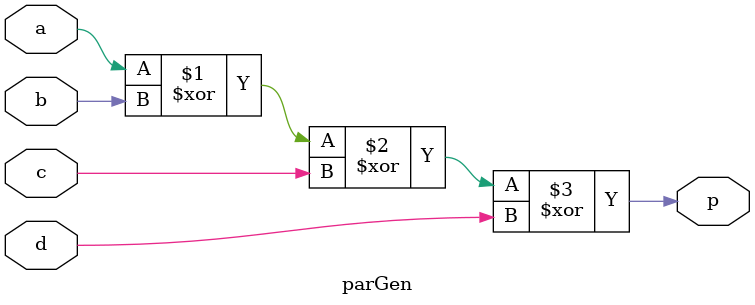
<source format=v>
`timescale 1ns / 1ps


module parGen(
    input a, b, c, d,
    output p
    );

assign p = a^b^c^d;

endmodule

</source>
